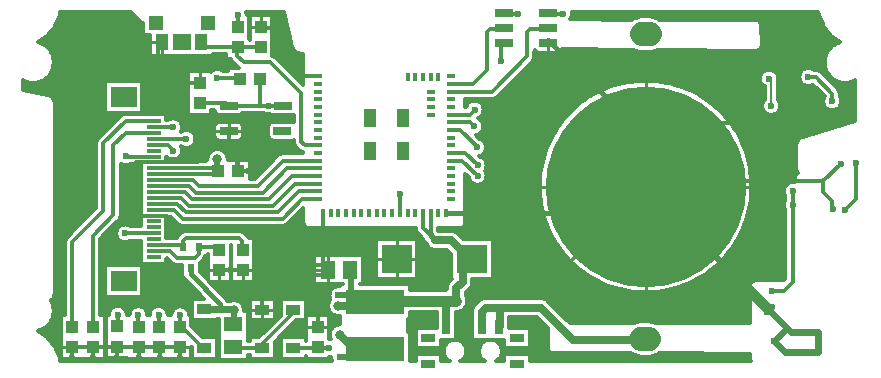
<source format=gbr>
G04 DipTrace 3.2.0.1*
G04 Top.gbr*
%MOIN*%
G04 #@! TF.FileFunction,Copper,L1,Top*
G04 #@! TF.Part,Single*
%AMOUTLINE0*
4,1,4,
0.029542,-0.014735,
0.029513,0.014794,
-0.029542,0.014735,
-0.029513,-0.014794,
0.029542,-0.014735,
0*%
%AMOUTLINE3*
4,1,16,
-0.011741,0.041358,
-0.029685,0.037294,
-0.044088,0.025848,
-0.052097,0.009286,
-0.052129,-0.009112,
-0.044175,-0.025701,
-0.02981,-0.037196,
-0.011881,-0.041319,
0.011741,-0.041358,
0.029685,-0.037294,
0.044088,-0.025848,
0.052097,-0.009286,
0.052129,0.009112,
0.044175,0.025701,
0.02981,0.037196,
0.011881,0.041319,
-0.011741,0.041358,
0*%
%AMOUTLINE6*
4,1,4,
-0.029562,-0.013706,
0.029492,-0.013854,
0.029562,0.013706,
-0.029492,0.013854,
-0.029562,-0.013706,
0*%
G04 #@! TA.AperFunction,CopperBalancing*
%ADD10C,0.009843*%
%ADD15C,0.011811*%
G04 #@! TA.AperFunction,Conductor*
%ADD16C,0.027559*%
%ADD17C,0.015748*%
G04 #@! TA.AperFunction,ViaPad*
%ADD18C,0.023622*%
G04 #@! TA.AperFunction,Conductor*
%ADD19C,0.019685*%
%ADD20C,0.035433*%
%ADD21C,0.007874*%
%ADD24R,0.03937X0.043307*%
%ADD25R,0.043307X0.03937*%
%ADD26R,0.102362X0.094488*%
%ADD27R,0.051181X0.059055*%
%ADD28R,0.059055X0.051181*%
%ADD29R,0.19685X0.07874*%
%ADD30R,0.01378X0.031496*%
%ADD31R,0.031496X0.01378*%
%ADD32R,0.03937X0.059055*%
G04 #@! TA.AperFunction,ComponentPad*
%ADD33R,0.047244X0.047244*%
%ADD34R,0.059055X0.055118*%
%ADD35R,0.043307X0.055118*%
%ADD36C,0.669291*%
%ADD37R,0.049213X0.011811*%
%ADD38R,0.086614X0.070866*%
%ADD39R,0.024488X0.025512*%
%ADD41R,0.048031X0.03622*%
%ADD42R,0.047244X0.031496*%
%ADD43R,0.027559X0.049213*%
G04 #@! TA.AperFunction,ViaPad*
%ADD50C,0.031496*%
%ADD101OUTLINE0*%
G04 #@! TA.AperFunction,ComponentPad*
%ADD104OUTLINE3*%
%ADD107OUTLINE6*%
%FSLAX26Y26*%
G04*
G70*
G90*
G75*
G01*
G04 Top*
%LPD*%
X-951772Y-195276D2*
D15*
X-860314D1*
X-853236Y-202353D1*
Y-181571D1*
X-843975Y-172310D1*
X-665870D1*
X-655614Y-182566D1*
Y-209349D1*
X-654951Y-210012D1*
X-951772Y-214961D2*
X-897572D1*
X-875134Y-237399D1*
X-813886D1*
X-801740Y-225253D1*
Y-202353D1*
X-741182D1*
X-732818Y-210718D1*
Y-277647D2*
X-694618Y-276941D1*
X-654951D1*
X-694618Y-277623D2*
Y-276941D1*
X-951772Y-96850D2*
X-907396D1*
X-888059Y-116188D1*
X-951772Y80315D2*
X-1011564D1*
X-1020215Y71664D1*
Y-18051D1*
Y-56031D1*
Y-96850D1*
X-951772D1*
Y80315D2*
X-803411D1*
X-760050Y123676D1*
X-704938D1*
X-675264Y94001D1*
Y55453D1*
X-670408Y50597D1*
X-694618Y-277623D2*
Y-319878D1*
X-668514Y-345982D1*
X-589169D1*
Y-409974D1*
X-589751D1*
X-1072888Y-533421D2*
X-1111585D1*
X-1152501D1*
X-1152707Y-533627D1*
X-1072888Y-533421D2*
X-1001005D1*
X-1000828Y-533598D1*
X-933224D1*
X-932310Y-534513D1*
X-864585D1*
X-864114Y-534042D1*
X-1111585Y-533421D2*
Y-411487D1*
X-1127573Y-395499D1*
Y-186189D1*
X-1038235Y-96850D1*
X-1020215D1*
X-404155Y-468202D2*
Y-387089D1*
X-445262Y-345982D1*
X-589169D1*
X-1152707Y-533627D2*
X-1222245D1*
X-1222837Y-534219D1*
X-888059Y-116188D2*
Y-118932D1*
X-871928Y-135063D1*
X-792087D1*
X-759052D1*
X-728220D1*
X-698491D1*
X-541852D1*
X-415990Y-260925D1*
X-386776Y-88871D2*
Y-262114D1*
X-371785Y-277105D1*
X-416062Y-294970D2*
X-389650D1*
X-371785Y-277105D1*
X-415990Y-260925D2*
X-387965D1*
X-159491Y-267345D2*
Y-259684D1*
X-141635Y-241828D1*
X-159491Y-208824D2*
Y-223972D1*
X-141635Y-241828D1*
X22673Y-88871D2*
D17*
X131636D1*
X158152D1*
X282769D1*
X599318D1*
D15*
X688189Y0D1*
X707654Y625D2*
X688189Y0D1*
X-416062Y-294970D2*
Y-316781D1*
X-445262Y-345982D1*
X-415990Y-260925D2*
Y-294898D1*
X-416062Y-294970D1*
X-159491Y-208824D2*
Y-267345D1*
X363280Y478484D2*
Y489434D1*
D17*
X558773Y293941D1*
D15*
Y216996D1*
Y129416D1*
X688189Y0D1*
X-760050Y123676D2*
Y140902D1*
X-873194Y254046D1*
X-909230D1*
X-937373Y282189D1*
Y345900D1*
Y466538D1*
X-923247Y480664D1*
X-701210Y184636D2*
Y121765D1*
X-675264Y94001D1*
X-402524Y367822D2*
X-463555D1*
X-485150Y389416D1*
X-531253Y435520D1*
Y505568D1*
X-554307Y528622D1*
X-591580D1*
X-594092Y531134D1*
X-527604Y433755D2*
X-531253Y435520D1*
X-633000Y53010D2*
X-667995D1*
X-670408Y50597D1*
X-798354Y345900D2*
X-937373D1*
X707654Y625D2*
Y17938D1*
X1273944D1*
X1280786D1*
Y20867D1*
X1283349D1*
X1338198Y75717D1*
X1273944Y17938D2*
X1279765Y12117D1*
Y-18667D1*
X1310698Y-49600D1*
Y-74134D1*
X1312915Y-76350D1*
X1272385Y281741D2*
Y236927D1*
X1246711Y211253D1*
X918282D1*
X707654Y625D1*
X1262466Y-484724D2*
D18*
X1172913D1*
X1158778Y-470589D1*
X1103580Y-415391D1*
X844466Y-156277D1*
X688189Y0D1*
X564253Y216996D2*
D15*
X558773D1*
X837026Y-163717D2*
X844466Y-156277D1*
X-1223152Y-572412D2*
Y-534534D1*
X-1227972Y-49479D2*
Y-12336D1*
X-1227487Y-11850D1*
Y29186D1*
X-1226021Y30652D1*
Y69491D1*
X-1011470Y-56031D2*
X-1020215D1*
X-1011470Y-16923D2*
X-1020215Y-18051D1*
X-1153524Y-572252D2*
Y-534444D1*
X-1072298Y-571125D2*
Y-534012D1*
X-1072888Y-533421D1*
X-1000098Y-572252D2*
Y-534328D1*
X-930906Y-570748D2*
Y-535917D1*
X-932310Y-534513D1*
X-863594Y-571125D2*
Y-534562D1*
X-546382Y-249896D2*
Y-282883D1*
X-792087Y-139403D2*
Y-135063D1*
X-759052Y-139954D2*
Y-135063D1*
X-728220Y-139403D2*
Y-135063D1*
X-698491Y-139403D2*
Y-135063D1*
X-614222Y202682D2*
Y170585D1*
X-613135Y169499D1*
Y135109D1*
X-612235Y134209D1*
X132877Y-78815D2*
D17*
X131636Y-88871D1*
X158152Y-95421D2*
Y-88871D1*
X132345Y-44828D2*
D15*
Y-78283D1*
X132877Y-78815D1*
Y-111739D1*
X132937Y-111799D1*
X158152Y-95421D2*
Y-60675D1*
X156912Y-59434D1*
X1127211Y558386D2*
X1164453D1*
X1198147D1*
X1199034Y559273D1*
X-460087Y363182D2*
X-463555Y367822D1*
X-486068Y388497D2*
X-485150Y389416D1*
X282769Y-84944D2*
D17*
Y-88871D1*
X1110341Y-399982D2*
D15*
Y-403255D1*
X1098205Y-415391D1*
X1103580D1*
X1263286Y-552493D2*
D18*
X1152199D1*
X1115642Y-515936D1*
X1263286Y-552493D2*
X1262466Y-484724D1*
X217707Y-285301D2*
D15*
X402888D1*
X688189Y0D1*
X1093602Y-418264D2*
X1090858D1*
X1011810Y-339215D1*
Y-323621D1*
X688189Y0D1*
X1110341Y-399982D2*
X1104820D1*
X1027926Y-323088D1*
X1011277D1*
X1115642Y-515936D2*
Y-513726D1*
D18*
X1158778Y-470589D1*
X-951772Y-155906D2*
D15*
X-1046606Y-156293D1*
X-1071583Y-427772D2*
Y-465186D1*
X-1072888Y-466492D1*
X-486176Y-539252D2*
X-408276D1*
X-404155Y-535131D1*
X-951772Y198425D2*
X-887946D1*
X-886839Y197318D1*
X-366479Y-537298D2*
X-401988D1*
X-404155Y-535131D1*
X-951772Y-77165D2*
X-884433D1*
X-854778Y-106820D1*
X-521148D1*
X-455955Y-41627D1*
X-402524D1*
X-951772Y-57480D2*
X-873039D1*
X-845226Y-85294D1*
X-536864D1*
X-467606Y-16037D1*
X-402524D1*
X-951772Y-37795D2*
X-859907D1*
X-833957Y-63745D1*
X-553442D1*
X-480143Y9554D1*
X-402524D1*
X-951772Y-18110D2*
X-846773D1*
X-822675Y-42209D1*
X-568260D1*
X-490907Y35144D1*
X-402524D1*
X-951772Y1575D2*
X-833640D1*
X-811736Y-20329D1*
X-588055D1*
X-506991Y60735D1*
X-402524D1*
X-951772Y21260D2*
X-819824D1*
X-800797Y2232D1*
X-604508D1*
X-520415Y86325D1*
X-402524D1*
X-951772Y60630D2*
X-747370D1*
X-737337Y50597D1*
X-951772Y40945D2*
X-746990D1*
X-737337Y50597D1*
X-738764Y90539D2*
D19*
Y52024D1*
D15*
X-737337Y50597D1*
X-336311Y-397601D2*
D16*
X-229240D1*
D15*
X-215135Y-383496D1*
X-296982Y-277105D2*
D19*
X-292598D1*
Y-353900D1*
D15*
X-263003Y-383496D1*
X-215135D1*
X-54098Y-88871D2*
Y-137621D1*
X-28614Y-163105D1*
D19*
X-12077Y-179642D1*
D16*
X39381D1*
X78898Y-219159D1*
Y-316714D1*
X57917Y-337694D1*
Y-382133D1*
D20*
X23584D1*
D16*
Y-467493D1*
X-28508Y-88871D2*
D15*
X-28614D1*
Y-163105D1*
X-215135Y-383496D2*
D20*
Y-382133D1*
X14295D1*
X23584D1*
X207510Y418605D2*
D15*
Y470993D1*
X214854Y478337D1*
X-671109Y570570D2*
Y533406D1*
X-671949Y532566D1*
X-738643Y361262D2*
X-667073D1*
X-664227Y358416D1*
X1391113Y78234D2*
Y-41474D1*
X1354639Y-77948D1*
X1310722Y283896D2*
Y309816D1*
X1255134Y365404D1*
X1230722D1*
X58022Y-382133D2*
X57917D1*
X13446Y-381815D2*
D19*
X14295Y-382133D1*
X56930Y-340241D2*
X57917Y-337694D1*
X78898Y-219159D2*
D16*
Y-210379D1*
D15*
X110346Y-241828D1*
X-335609Y-362201D2*
D19*
X-236430D1*
D15*
X-215135Y-383496D1*
X-951772Y100000D2*
X-1042896D1*
X-1043566Y100669D1*
X-1002088Y-428513D2*
Y-465409D1*
X-1000828Y-466669D1*
X-934912Y-428430D2*
Y-464982D1*
X-932310Y-467584D1*
X-951772Y139370D2*
X-903608D1*
X-884013Y119776D1*
X-886719D1*
X-862783Y-429668D2*
Y-467113D1*
X-864114D1*
X-862783Y-429668D2*
Y-462644D1*
X-786516Y-538912D1*
X-782633D1*
X-951772Y159055D2*
X-843559D1*
X-843021Y158517D1*
X-684281Y-412866D2*
D19*
X-782633D1*
Y-409957D1*
X-827488Y-272825D2*
D17*
Y-292429D1*
X-729509Y-390408D1*
Y-409957D1*
X-782633D1*
D19*
X-695406D1*
D15*
X-683699Y-421663D1*
D19*
Y-458678D1*
D15*
X-686213D1*
X-330144Y-493875D2*
D16*
X-283043Y-540976D1*
D18*
X-215135D1*
X-330510Y-568262D2*
D19*
X-242421D1*
D15*
X-215135Y-540976D1*
X-686213Y-533482D2*
Y-538929D1*
X-589751D1*
Y-525598D1*
X-486176Y-422024D1*
Y-410297D1*
X38421Y239869D2*
X102056D1*
X118135Y255948D1*
X261930Y576303D2*
X216791D1*
X214756Y578339D1*
X-951772Y178740D2*
X-1044051D1*
X-1085505Y137286D1*
Y-94861D1*
X-1154887Y-164243D1*
Y-464518D1*
X-1152707Y-466698D1*
X-1222837Y-467290D2*
Y-186146D1*
X-1119147Y-82455D1*
Y143898D1*
X-1044934Y218110D1*
X-951772D1*
X38421Y342231D2*
X112097D1*
X159066Y389199D1*
Y513837D1*
X170593Y525365D1*
X211832D1*
X214806Y528339D1*
X38421Y316640D2*
X176474D1*
X293844Y434010D1*
Y516499D1*
X303808Y526463D1*
X361210D1*
X363230Y528483D1*
X141694Y-467493D2*
D16*
Y-418276D1*
X156490Y-403480D1*
X202043D1*
Y-466199D1*
X200749Y-467493D1*
X202043Y-403480D2*
X338465D1*
X446692Y-511707D1*
X683503D1*
X687337Y-507873D1*
X38421Y214278D2*
D15*
X103787D1*
X117781Y200285D1*
X412587Y575416D2*
X366249D1*
X363181Y578484D1*
X-130870Y-88871D2*
Y-25493D1*
X-130916Y-25448D1*
X-567083Y269990D2*
X-523017D1*
X-521864Y268836D1*
X-700997Y269282D2*
X-597298Y268836D1*
X-521864D1*
X-597298Y358416D2*
Y268836D1*
X-798354Y278971D2*
X-710686D1*
X-700997Y269282D1*
X-402524Y137507D2*
X-448151D1*
X-459951Y149307D1*
Y310209D1*
X-563328Y413585D1*
X-651266D1*
X-673319Y435638D1*
Y464899D1*
X-777560D1*
X-793325Y480664D1*
X-594092Y464205D2*
X-670517D1*
X-671949Y465636D1*
X-673319Y435638D1*
X38421Y111916D2*
X86780D1*
X128172Y70524D1*
X1178556Y-62328D2*
Y-14659D1*
X1179144D1*
X38421Y86325D2*
X77862D1*
X128156Y36031D1*
X1110512Y-348799D2*
X1148290D1*
X1178556Y-318533D1*
Y-62328D1*
X38421Y188688D2*
X70178D1*
X128563Y130303D1*
X126572D1*
X1107214Y268638D2*
D21*
Y352413D1*
X1099832Y359795D1*
D18*
X261930Y576303D3*
X412587Y575416D3*
X-671109Y570570D3*
X1199034Y559273D3*
X1127211Y558386D3*
X1164453D3*
X-1212777Y543068D3*
X-1140545Y542903D3*
X-1176858Y542646D3*
X-1104837Y542298D3*
X-527604Y433755D3*
X207510Y418605D3*
X-460753Y392495D3*
X-486068Y388497D3*
X303703Y386012D3*
X537462Y376927D3*
X1230722Y365404D3*
X-460087Y363182D3*
X281180Y361987D3*
X-738643Y361262D3*
X1099832Y359795D3*
X469037Y342714D3*
X256155Y334959D3*
X410115Y300899D3*
X1310722Y283896D3*
X1272385Y281741D3*
X1107214Y268638D3*
X-567083Y269990D3*
X118135Y255948D3*
X358797Y249580D3*
X628514Y219852D3*
X692776D3*
X564253Y216996D3*
X-614222Y202682D3*
X117781Y200285D3*
X-886839Y197318D3*
X313180Y186857D3*
X-613135Y169499D3*
X-843021Y158517D3*
X-612235Y134209D3*
X126572Y130303D3*
X-483547Y125005D3*
X-886719Y119776D3*
X-1043566Y100669D3*
X413440Y97448D3*
X285743Y97126D3*
D50*
X-738764Y90539D3*
D18*
X1391113Y78234D3*
X1338198Y75717D3*
X128172Y70524D3*
X-1226021Y69491D3*
X-633000Y53010D3*
X128156Y36031D3*
X-1226021Y30652D3*
D50*
X707654Y625D3*
D18*
X-1227487Y-11850D3*
X470004Y-12916D3*
X1179144Y-14659D3*
X-1011470Y-16923D3*
X-130916Y-25448D3*
X132345Y-44828D3*
X868140Y-47844D3*
X917493D3*
X-1227972Y-49479D3*
X812350Y-49990D3*
X-1011470Y-56031D3*
X156912Y-59434D3*
X470004Y-60041D3*
X1178556Y-62328D3*
X1312915Y-76350D3*
X1354639Y-77948D3*
X132877Y-78815D3*
X622155Y-83176D3*
X282769Y-84944D3*
X158152Y-95421D3*
X470004Y-110022D3*
X132937Y-111799D3*
X-888059Y-116188D3*
X-466789Y-117433D3*
X574362Y-130969D3*
X-792087Y-139403D3*
X-728220D3*
X-698491D3*
X-759052Y-139954D3*
D3*
X1110341Y-399982D3*
X-449270Y-150466D3*
X303676Y-151469D3*
X-411732Y-152469D3*
X-1046606Y-156293D3*
X837026Y-163717D3*
X707206Y-164790D3*
X770507D3*
X533396Y-172909D3*
X-546370Y-182500D3*
X-1081743Y-196942D3*
X328386Y-208490D3*
X-159491Y-208824D3*
X-546370Y-212530D3*
X-1082198Y-228339D3*
X-520463Y-229442D3*
X-546382Y-249896D3*
X-415990Y-260925D3*
X729738Y-261350D3*
X679311Y-262424D3*
X362598Y-263610D3*
X-519252Y-264568D3*
X625667Y-264570D3*
X-159491Y-267345D3*
X-694618Y-277623D3*
X-546382Y-282883D3*
X-416062Y-294970D3*
X-920606Y-304770D3*
X408215Y-320631D3*
X-899769Y-328501D3*
X202064Y-331870D3*
X1262466Y-484724D3*
D50*
X58022Y-382133D3*
X-336311Y-397601D3*
X-684281Y-412866D3*
D18*
X1093602Y-418264D3*
X-1071583Y-427772D3*
X-1002088Y-428513D3*
X-934912Y-428430D3*
X-862783Y-429668D3*
X1115642Y-515936D3*
X217707Y-285301D3*
D50*
X-330144Y-493875D3*
D18*
X-51127Y-450045D3*
X-366479Y-537298D3*
X-330510Y-568262D3*
X877114Y-568457D3*
X925079D3*
X427440Y-569123D3*
X466744Y-569789D3*
X-930906Y-570748D3*
X-1072298Y-571125D3*
X-863594D3*
X-1153524Y-572252D3*
X-1000098D3*
X-1223152Y-572412D3*
X1110512Y-348799D3*
X1263286Y-552493D3*
X13446Y-381815D3*
X56930Y-340241D3*
X-335609Y-362201D3*
X-1264455Y570997D2*
D15*
X-1016895D1*
X-632888D2*
X-514280D1*
X443437D2*
X1264479D1*
X-1269185Y559318D2*
X-1005199D1*
X-555033D2*
X-511651D1*
X439077D2*
X646753D1*
X731331D2*
X1269346D1*
X-1273937Y547638D2*
X-993526D1*
X-555033D2*
X-509021D1*
X1071290D2*
X1274214D1*
X-1278665Y535958D2*
X-987898D1*
X-555033D2*
X-506391D1*
X1074843D2*
X1279104D1*
X-1287201Y524278D2*
X-987898D1*
X-555033D2*
X-503761D1*
X1075142D2*
X1287524D1*
X-1296428Y512598D2*
X-987898D1*
X-555033D2*
X-501131D1*
X1075465D2*
X1296589D1*
X-1306186Y500919D2*
X-964276D1*
X-555033D2*
X-498501D1*
X1075765D2*
X1306186D1*
X-1322657Y489239D2*
X-964276D1*
X-555033D2*
X-495871D1*
X1076066D2*
X1322657D1*
X-1325310Y477559D2*
X-964276D1*
X-555033D2*
X-493241D1*
X1076388D2*
X1325310D1*
X-1307039Y465879D2*
X-964276D1*
X-555033D2*
X-490612D1*
X1075741D2*
X1307039D1*
X-1296589Y454199D2*
X-964276D1*
X-555033D2*
X-484660D1*
X409480D2*
X650352D1*
X727824D2*
X870193D1*
X1064785D2*
X1296589D1*
X-1289923Y442520D2*
X-964276D1*
X-555033D2*
X-453218D1*
X319122D2*
X1289923D1*
X-1285886Y430840D2*
X-711008D1*
X-545322D2*
X-454740D1*
X318913D2*
X1285886D1*
X-1284063Y419160D2*
X-692068D1*
X-533648D2*
X-454718D1*
X314000D2*
X1284063D1*
X-1284224Y407480D2*
X-680419D1*
X-521976D2*
X-454694D1*
X302558D2*
X1284224D1*
X-1286416Y395801D2*
X-705240D1*
X-510280D2*
X-454672D1*
X290886D2*
X1286416D1*
X-1290823Y384121D2*
X-837399D1*
X-498608D2*
X-454625D1*
X279213D2*
X1081085D1*
X1118580D2*
X1206092D1*
X1271478D2*
X1290823D1*
X-1298020Y372441D2*
X-837399D1*
X-486934D2*
X-454602D1*
X267541D2*
X1071442D1*
X1128223D2*
X1200371D1*
X1283358D2*
X1298020D1*
X-1309323Y360761D2*
X-837399D1*
X-475239D2*
X-454579D1*
X255845D2*
X1068673D1*
X1130991D2*
X1199909D1*
X1295030D2*
X1309323D1*
X-1386602Y349081D2*
X-1377927D1*
X-1330269D2*
X-1113850D1*
X-988512D2*
X-837399D1*
X-463567D2*
X-454556D1*
X244172D2*
X635680D1*
X740697D2*
X1070635D1*
X1130529D2*
X1204362D1*
X1306703D2*
X1330269D1*
X1377915D2*
X1386626D1*
X-1386602Y337402D2*
X-1113850D1*
X-988512D2*
X-837399D1*
X232500D2*
X583799D1*
X792577D2*
X1078685D1*
X1130529D2*
X1218780D1*
X1318399D2*
X1386626D1*
X-1386602Y325722D2*
X-1113850D1*
X-988512D2*
X-837399D1*
X220804D2*
X551365D1*
X825012D2*
X1083899D1*
X1130529D2*
X1259564D1*
X1330003D2*
X1386626D1*
X-1350131Y314042D2*
X-1113850D1*
X-988512D2*
X-837399D1*
X209131D2*
X526175D1*
X850202D2*
X1083899D1*
X1130529D2*
X1271238D1*
X1335631D2*
X1386626D1*
X-1297189Y302362D2*
X-1113850D1*
X-988512D2*
X-837399D1*
X197458D2*
X505159D1*
X871218D2*
X1083899D1*
X1130529D2*
X1282911D1*
X1336000D2*
X1386626D1*
X-1283879Y290682D2*
X-1113850D1*
X-988512D2*
X-837399D1*
X87630D2*
X487028D1*
X889349D2*
X1083899D1*
X1130529D2*
X1280327D1*
X1341121D2*
X1386626D1*
X-1279843Y279003D2*
X-1113850D1*
X-988512D2*
X-837399D1*
X87654D2*
X97748D1*
X138518D2*
X471017D1*
X905358D2*
X1077878D1*
X1136550D2*
X1279934D1*
X1341490D2*
X1386626D1*
X-1279335Y267323D2*
X-1113850D1*
X-988512D2*
X-837399D1*
X147077D2*
X456715D1*
X919661D2*
X1076055D1*
X1138373D2*
X1284525D1*
X1336899D2*
X1386626D1*
X-1279335Y255643D2*
X-1113850D1*
X-988512D2*
X-837399D1*
X149315D2*
X443820D1*
X932556D2*
X1078986D1*
X1135444D2*
X1299450D1*
X1321997D2*
X1386626D1*
X-1279335Y243963D2*
X-837399D1*
X-759303D2*
X-745748D1*
X-656211D2*
X-583185D1*
X146823D2*
X432101D1*
X944276D2*
X1088974D1*
X1125454D2*
X1386626D1*
X-1279335Y232283D2*
X-1066007D1*
X-907795D2*
X-485238D1*
X137757D2*
X421420D1*
X954955D2*
X1386626D1*
X-1279335Y220604D2*
X-1077703D1*
X-866734D2*
X-485238D1*
X141033D2*
X411639D1*
X964736D2*
X1386602D1*
X-1279335Y208924D2*
X-1089375D1*
X-857990D2*
X-746786D1*
X-655680D2*
X-567337D1*
X147699D2*
X402689D1*
X973710D2*
X1353614D1*
X-1279335Y197244D2*
X-1101049D1*
X-855660D2*
X-750085D1*
X-652289D2*
X-570936D1*
X148807D2*
X394454D1*
X981923D2*
X1314698D1*
X-1279335Y185564D2*
X-1112744D1*
X-828854D2*
X-750109D1*
X-652312D2*
X-570959D1*
X145093D2*
X386911D1*
X989466D2*
X1275759D1*
X-1279335Y173885D2*
X-1124416D1*
X-816075D2*
X-750131D1*
X-652335D2*
X-571005D1*
X133213D2*
X379990D1*
X996387D2*
X1236819D1*
X-1279335Y162205D2*
X-1136089D1*
X-812060D2*
X-747917D1*
X-654504D2*
X-569021D1*
X131921D2*
X373669D1*
X1002707D2*
X1202655D1*
X-1279335Y150525D2*
X-1143493D1*
X-812915D2*
X-485238D1*
X149915D2*
X367902D1*
X1008475D2*
X1192966D1*
X-1279335Y138845D2*
X-1144417D1*
X-819189D2*
X-482837D1*
X156512D2*
X362642D1*
X1013734D2*
X1189852D1*
X-1279335Y127165D2*
X-1144417D1*
X-856467D2*
X-473056D1*
X157596D2*
X357890D1*
X1018487D2*
X1189760D1*
X-1279335Y115486D2*
X-1144417D1*
X-855845D2*
X-762958D1*
X-714573D2*
X-459101D1*
X153836D2*
X353600D1*
X1022777D2*
X1189760D1*
X-1279335Y103806D2*
X-1144417D1*
X-860135D2*
X-771193D1*
X-706339D2*
X-538178D1*
X141818D2*
X349793D1*
X1026583D2*
X1189760D1*
X-1279335Y92126D2*
X-1144417D1*
X-907795D2*
X-899550D1*
X-873907D2*
X-773846D1*
X-703685D2*
X-549874D1*
X150168D2*
X346402D1*
X1029974D2*
X1189760D1*
X-1279335Y80446D2*
X-1144417D1*
X-629382D2*
X-561547D1*
X157665D2*
X343472D1*
X1032904D2*
X1189760D1*
X-1279335Y68766D2*
X-1144417D1*
X-1060231D2*
X-995740D1*
X-629382D2*
X-573220D1*
X159303D2*
X340934D1*
X1035441D2*
X1189760D1*
X-1279335Y57087D2*
X-1144417D1*
X-1060231D2*
X-995740D1*
X-629382D2*
X-584916D1*
X156167D2*
X338812D1*
X1037564D2*
X1190037D1*
X-1279335Y45407D2*
X-1144417D1*
X-1060231D2*
X-995740D1*
X-629382D2*
X-596588D1*
X157827D2*
X337105D1*
X1039270D2*
X1193451D1*
X-1279335Y33727D2*
X-1144417D1*
X-1060231D2*
X-995740D1*
X-629382D2*
X-608261D1*
X88092D2*
X95210D1*
X159257D2*
X335790D1*
X1040585D2*
X1185677D1*
X-1279335Y22047D2*
X-1144417D1*
X-1060231D2*
X-995740D1*
X88114D2*
X100424D1*
X155890D2*
X334867D1*
X1041508D2*
X1184916D1*
X-1279335Y10367D2*
X-1144417D1*
X-1060231D2*
X-995740D1*
X88138D2*
X111450D1*
X144862D2*
X334314D1*
X1042062D2*
X1161409D1*
X-1279335Y-1312D2*
X-1144417D1*
X-1060231D2*
X-995740D1*
X88160D2*
X334176D1*
X1042201D2*
X1151097D1*
X-1279335Y-12992D2*
X-1144417D1*
X-1060231D2*
X-995740D1*
X88160D2*
X334407D1*
X1041970D2*
X1148007D1*
X-1279335Y-24672D2*
X-1144417D1*
X-1060231D2*
X-995740D1*
X88184D2*
X335029D1*
X1041346D2*
X1149690D1*
X-1279335Y-36352D2*
X-1144417D1*
X-1060231D2*
X-995740D1*
X88206D2*
X336045D1*
X1040332D2*
X1153289D1*
X-1279335Y-48031D2*
X-1144417D1*
X-1060231D2*
X-995740D1*
X88230D2*
X337451D1*
X1038925D2*
X1151005D1*
X-1279335Y-59711D2*
X-1144417D1*
X-1060231D2*
X-995740D1*
X88253D2*
X339274D1*
X1037126D2*
X1147499D1*
X-1279335Y-71391D2*
X-1144417D1*
X-1060231D2*
X-995740D1*
X88276D2*
X341466D1*
X1034911D2*
X1148768D1*
X-1279335Y-83071D2*
X-1155028D1*
X-1060231D2*
X-995740D1*
X-462136D2*
X-453587D1*
X88299D2*
X344096D1*
X1032281D2*
X1153289D1*
X-1279335Y-94751D2*
X-1166701D1*
X-1060231D2*
X-995740D1*
X-473832D2*
X-453564D1*
X88322D2*
X347140D1*
X1029236D2*
X1153289D1*
X-1279335Y-106430D2*
X-1178374D1*
X-1063184D2*
X-995740D1*
X-907795D2*
X-890433D1*
X-485504D2*
X-453541D1*
X88345D2*
X350601D1*
X1025776D2*
X1153289D1*
X-1279335Y-118110D2*
X-1190070D1*
X-1073495D2*
X-995740D1*
X-907795D2*
X-878738D1*
X-497177D2*
X-453518D1*
X88345D2*
X354522D1*
X1021854D2*
X1153289D1*
X-1279335Y-129790D2*
X-1201741D1*
X-1085168D2*
X-1061854D1*
X-1031373D2*
X-995740D1*
X-907795D2*
X-863236D1*
X-512702D2*
X-451327D1*
X85831D2*
X358906D1*
X1017471D2*
X1153289D1*
X-1279335Y-141470D2*
X-1213415D1*
X-1096864D2*
X-1073874D1*
X-907795D2*
X-79072D1*
X-3329D2*
X363773D1*
X1012604D2*
X1153289D1*
X-1279335Y-153150D2*
X-1225087D1*
X-1108535D2*
X-1077634D1*
X-907795D2*
X-859776D1*
X-650075D2*
X-73697D1*
X58449D2*
X369147D1*
X1007228D2*
X1153289D1*
X-1279335Y-164829D2*
X-1236782D1*
X-1120209D2*
X-1076550D1*
X-907795D2*
X-871748D1*
X-638102D2*
X-62139D1*
X70951D2*
X375030D1*
X1001346D2*
X1153289D1*
X-1279335Y-176509D2*
X-1246102D1*
X-1129621D2*
X-1069951D1*
X-615887D2*
X-212176D1*
X-71080D2*
X-54412D1*
X180895D2*
X381490D1*
X994887D2*
X1153289D1*
X-1279335Y-188189D2*
X-1248109D1*
X-1129621D2*
X-995740D1*
X-615887D2*
X-212176D1*
X-71080D2*
X-44353D1*
X180895D2*
X388549D1*
X987828D2*
X1153289D1*
X-1279335Y-199869D2*
X-1248109D1*
X-1129621D2*
X-995740D1*
X-615887D2*
X-212176D1*
X-71080D2*
X-38009D1*
X180895D2*
X396253D1*
X980147D2*
X1153289D1*
X-1279335Y-211549D2*
X-1248109D1*
X-1129621D2*
X-995740D1*
X-615887D2*
X-212176D1*
X-71080D2*
X-15241D1*
X180895D2*
X404627D1*
X971749D2*
X1153289D1*
X-1279335Y-223228D2*
X-1248109D1*
X-1129621D2*
X-995740D1*
X-615887D2*
X-212176D1*
X-71080D2*
X36571D1*
X180895D2*
X413762D1*
X962614D2*
X1153289D1*
X-1279335Y-234908D2*
X-1248109D1*
X-1129621D2*
X-995740D1*
X-778474D2*
X-771862D1*
X-615887D2*
X-416747D1*
X-252029D2*
X-212176D1*
X-71080D2*
X39801D1*
X180895D2*
X423751D1*
X952650D2*
X1153289D1*
X-1279335Y-246588D2*
X-1248109D1*
X-1129621D2*
X-995740D1*
X-907795D2*
X-901189D1*
X-787816D2*
X-771862D1*
X-615887D2*
X-416747D1*
X-252029D2*
X-212176D1*
X-71080D2*
X39801D1*
X180895D2*
X434639D1*
X941738D2*
X1153289D1*
X-1279335Y-258268D2*
X-1248109D1*
X-1129621D2*
X-995740D1*
X-907795D2*
X-888357D1*
X-795867D2*
X-771862D1*
X-615887D2*
X-416747D1*
X-252029D2*
X-212176D1*
X-71080D2*
X39801D1*
X180895D2*
X446612D1*
X929765D2*
X1153289D1*
X-1279335Y-269948D2*
X-1248109D1*
X-1129621D2*
X-1113850D1*
X-988512D2*
X-859106D1*
X-795867D2*
X-771862D1*
X-615887D2*
X-416747D1*
X-252029D2*
X-212176D1*
X-71080D2*
X39801D1*
X180895D2*
X459806D1*
X916570D2*
X1153289D1*
X-1279335Y-281627D2*
X-1248109D1*
X-1129621D2*
X-1113850D1*
X-988512D2*
X-859106D1*
X-795867D2*
X-771862D1*
X-615887D2*
X-416747D1*
X-252029D2*
X-212176D1*
X-71080D2*
X39801D1*
X180895D2*
X474455D1*
X901921D2*
X1153289D1*
X-1279335Y-293307D2*
X-1248109D1*
X-1129621D2*
X-1113850D1*
X-988512D2*
X-859106D1*
X-788577D2*
X-771862D1*
X-615887D2*
X-416747D1*
X-252029D2*
X-212176D1*
X-71080D2*
X39801D1*
X180895D2*
X490879D1*
X885497D2*
X1153289D1*
X-1279335Y-304987D2*
X-1248109D1*
X-1129621D2*
X-1113850D1*
X-988512D2*
X-851517D1*
X-615887D2*
X-416747D1*
X-252029D2*
X-212176D1*
X-71080D2*
X39801D1*
X180895D2*
X509588D1*
X866789D2*
X1153289D1*
X-1279335Y-316667D2*
X-1248109D1*
X-1129621D2*
X-1113850D1*
X-988512D2*
X-841298D1*
X-615887D2*
X-416747D1*
X-252029D2*
X32648D1*
X112037D2*
X531387D1*
X844988D2*
X1042469D1*
X-1279335Y-328346D2*
X-1248109D1*
X-1129621D2*
X-1113850D1*
X-988512D2*
X-829602D1*
X-753537D2*
X-332940D1*
X-97332D2*
X26167D1*
X109845D2*
X557846D1*
X818529D2*
X1035409D1*
X-1279335Y-340026D2*
X-1248109D1*
X-1129621D2*
X-1113850D1*
X-988512D2*
X-817929D1*
X-741841D2*
X-357000D1*
X-97332D2*
X24760D1*
X101979D2*
X592795D1*
X783580D2*
X1035178D1*
X-1279335Y-351706D2*
X-1248109D1*
X-1129621D2*
X-1113850D1*
X-988512D2*
X-806257D1*
X-730168D2*
X-364890D1*
X91067D2*
X658818D1*
X717559D2*
X1035202D1*
X-1280811Y-363386D2*
X-1248109D1*
X-1129621D2*
X-1113850D1*
X-988512D2*
X-794562D1*
X-718496D2*
X-366757D1*
X91067D2*
X1035224D1*
X-1288217Y-375066D2*
X-1248109D1*
X-1129621D2*
X-826026D1*
X-707261D2*
X-633129D1*
X-546360D2*
X-529551D1*
X-442782D2*
X-363898D1*
X94297D2*
X140655D1*
X354301D2*
X1035224D1*
X-1289623Y-386745D2*
X-1248109D1*
X-1129621D2*
X-826026D1*
X-661424D2*
X-633129D1*
X-546360D2*
X-529551D1*
X-442782D2*
X-369642D1*
X94713D2*
X126837D1*
X368118D2*
X1035248D1*
X-1285724Y-398425D2*
X-1248109D1*
X-1129621D2*
X-1078995D1*
X-1064176D2*
X-826026D1*
X-652382D2*
X-633129D1*
X-546360D2*
X-529551D1*
X-442782D2*
X-371417D1*
X91091D2*
X115465D1*
X379791D2*
X1035270D1*
X-1284017Y-410105D2*
X-1248109D1*
X-1129621D2*
X-1097010D1*
X-1046159D2*
X-1026953D1*
X-977207D2*
X-959846D1*
X-909987D2*
X-886719D1*
X-838866D2*
X-826026D1*
X-649268D2*
X-633129D1*
X-546360D2*
X-529551D1*
X-442782D2*
X-369042D1*
X81609D2*
X109605D1*
X391487D2*
X1035270D1*
X-1284294Y-421785D2*
X-1248109D1*
X-1129621D2*
X-1102155D1*
X-1041014D2*
X-1032512D1*
X-971671D2*
X-965362D1*
X-904472D2*
X-892902D1*
X-832661D2*
X-826026D1*
X-546360D2*
X-529551D1*
X-442782D2*
X-361290D1*
X-97332D2*
X-9567D1*
X56741D2*
X108543D1*
X403160D2*
X1035294D1*
X-1286601Y-433465D2*
X-1261881D1*
X-546360D2*
X-532873D1*
X-365110D2*
X-332940D1*
X-97332D2*
X-9567D1*
X56741D2*
X108543D1*
X414832D2*
X1035318D1*
X-1291169Y-445144D2*
X-1261881D1*
X-365110D2*
X-330724D1*
X-100862D2*
X-9567D1*
X56741D2*
X108543D1*
X235198D2*
X333738D1*
X426528D2*
X1035318D1*
X-1298551Y-456824D2*
X-1261881D1*
X-825049D2*
X-735114D1*
X-637318D2*
X-556241D1*
X-485713D2*
X-443206D1*
X-365110D2*
X-330748D1*
X-100908D2*
X-9567D1*
X56741D2*
X108543D1*
X235198D2*
X345411D1*
X-1310177Y-468504D2*
X-1261881D1*
X-821657D2*
X-735114D1*
X-637318D2*
X-567915D1*
X-497408D2*
X-443206D1*
X-365110D2*
X-353862D1*
X-100978D2*
X-9567D1*
X56741D2*
X108543D1*
X235106D2*
X357106D1*
X-1332345Y-480184D2*
X-1261881D1*
X-809984D2*
X-735114D1*
X-637318D2*
X-579587D1*
X-509080D2*
X-443206D1*
X-101046D2*
X-78472D1*
X56741D2*
X108543D1*
X302789D2*
X361097D1*
X-1318966Y-491864D2*
X-1261881D1*
X-798312D2*
X-735114D1*
X-637318D2*
X-591282D1*
X-520753D2*
X-443206D1*
X-97332D2*
X-78472D1*
X56741D2*
X108543D1*
X302789D2*
X360982D1*
X-1303602Y-503543D2*
X-1261881D1*
X-97332D2*
X-78472D1*
X56741D2*
X108543D1*
X302789D2*
X360866D1*
X-1294352Y-515223D2*
X-1261881D1*
X-544122D2*
X-529551D1*
X-97332D2*
X-78472D1*
X7513D2*
X35163D1*
X71043D2*
X153273D1*
X189154D2*
X216803D1*
X302789D2*
X360727D1*
X-1285101Y-526903D2*
X-1261881D1*
X-546360D2*
X-529551D1*
X-97332D2*
X-78472D1*
X7513D2*
X21299D1*
X84908D2*
X139409D1*
X203018D2*
X216803D1*
X302789D2*
X360613D1*
X-1277605Y-538583D2*
X-1261881D1*
X-546360D2*
X-529551D1*
X-97332D2*
X-78472D1*
X7513D2*
X15579D1*
X90652D2*
X133689D1*
X208762D2*
X216832D1*
X302789D2*
X360520D1*
X-1272852Y-550262D2*
X-1261881D1*
X-546360D2*
X-529551D1*
X-97332D2*
X14079D1*
X92151D2*
X132189D1*
X210261D2*
X365526D1*
X-1268123Y-561942D2*
X-1261890D1*
X-546360D2*
X-529551D1*
X-97332D2*
X-78472D1*
X7513D2*
X16291D1*
X89959D2*
X134381D1*
X208070D2*
X216801D1*
X302789D2*
X649567D1*
X725240D2*
X1035479D1*
X-1183785Y-573622D2*
X-971357D1*
X-546360D2*
X-529551D1*
X-97332D2*
X-78472D1*
X7513D2*
X22983D1*
X83224D2*
X141093D1*
X201335D2*
X216803D1*
X302789D2*
X1035501D1*
X-556218Y491290D2*
Y436618D1*
X-552390Y435054D1*
X-549165Y433079D1*
X-546286Y430617D1*
X-453362Y337694D1*
X-453516Y436585D1*
X-453076Y439406D1*
X-452198Y442127D1*
X-452756Y442913D1*
X-461555Y442987D1*
X-470337Y444554D1*
X-475471Y447289D1*
X-479371Y449638D1*
X-485627Y456726D1*
X-487929Y462068D1*
X-489420Y465885D1*
X-515740Y582678D1*
X-643684Y582677D1*
X-642577Y579840D1*
X-641478Y575262D1*
X-641181Y572399D1*
X-634075Y572408D1*
X-634098Y492723D1*
X-631966Y495228D1*
Y570976D1*
X-556218D1*
X-556222Y491291D1*
X-631966Y488285D2*
Y495228D1*
X-760480Y254891D2*
Y239129D1*
X-836228D1*
Y385743D1*
X-760480D1*
Y381835D1*
X-758126Y384075D1*
X-754318Y386841D1*
X-750123Y388979D1*
X-745647Y390433D1*
X-740997Y391171D1*
X-736289D1*
X-731639Y390433D1*
X-727163Y388979D1*
X-722969Y386841D1*
X-720786Y385357D1*
X-704070Y385503D1*
Y396290D1*
X-668059D1*
X-691115Y419395D1*
X-693437Y422379D1*
X-695266Y425697D1*
X-709823Y425794D1*
Y440811D1*
X-753482Y440804D1*
X-753483Y434916D1*
X-963089D1*
Y503812D1*
X-986711Y503814D1*
Y543423D1*
X-988253Y543950D1*
X-989749Y545038D1*
X-1027394Y582682D1*
X-1264046Y582676D1*
X-1265163Y572307D1*
X-1280459Y534478D1*
X-1284776Y528823D1*
X-1306310Y501730D1*
X-1335703Y480827D1*
X-1327678Y478066D1*
X-1322756Y475797D1*
X-1318028Y473148D1*
X-1313520Y470136D1*
X-1309264Y466781D1*
X-1305283Y463102D1*
X-1301605Y459122D1*
X-1298249Y454866D1*
X-1295238Y450358D1*
X-1292589Y445630D1*
X-1290320Y440707D1*
X-1288444Y435622D1*
X-1286972Y430406D1*
X-1285916Y425089D1*
X-1285278Y419707D1*
X-1285066Y414291D1*
X-1285278Y408875D1*
X-1285916Y403493D1*
X-1286972Y398177D1*
X-1288444Y392961D1*
X-1290320Y387875D1*
X-1292589Y382953D1*
X-1295238Y378224D1*
X-1298249Y373717D1*
X-1301605Y369461D1*
X-1305283Y365480D1*
X-1309264Y361802D1*
X-1313520Y358446D1*
X-1318028Y355434D1*
X-1322756Y352786D1*
X-1327678Y350517D1*
X-1332764Y348640D1*
X-1337980Y347169D1*
X-1343297Y346113D1*
X-1348678Y345475D1*
X-1354094Y345262D1*
X-1359510Y345475D1*
X-1364892Y346113D1*
X-1370209Y347169D1*
X-1375425Y348640D1*
X-1380510Y350517D1*
X-1387780Y354100D1*
X-1387795Y321400D1*
X-1303304Y304280D1*
X-1294879Y300929D1*
X-1291550Y298181D1*
X-1286958Y293991D1*
X-1282260Y285598D1*
X-1281424Y281364D1*
X-1280512Y275673D1*
X-1280585Y-355256D1*
X-1282203Y-364178D1*
X-1284238Y-367986D1*
X-1287437Y-373316D1*
X-1294352Y-379323D1*
X-1290320Y-387875D1*
X-1288444Y-392961D1*
X-1286972Y-398177D1*
X-1285916Y-403493D1*
X-1285278Y-408875D1*
X-1285066Y-414291D1*
X-1285278Y-419707D1*
X-1285916Y-425089D1*
X-1286972Y-430406D1*
X-1288444Y-435622D1*
X-1290320Y-440707D1*
X-1292589Y-445630D1*
X-1295238Y-450358D1*
X-1298249Y-454866D1*
X-1301605Y-459122D1*
X-1305283Y-463102D1*
X-1309264Y-466781D1*
X-1313520Y-470136D1*
X-1318028Y-473148D1*
X-1322756Y-475797D1*
X-1327678Y-478066D1*
X-1332764Y-479942D1*
X-1335759Y-480786D1*
X-1306181Y-501852D1*
X-1280836Y-533829D1*
X-1278050Y-540375D1*
X-1265121Y-572478D1*
X-1264043Y-582699D1*
X-356823Y-582677D1*
X-358227Y-579743D1*
X-359681Y-575266D1*
X-360419Y-570617D1*
X-360449Y-566690D1*
X-364125Y-567206D1*
X-366286Y-567290D1*
X-366281Y-574974D1*
X-442029D1*
Y-563324D1*
X-443962Y-563346D1*
X-443971Y-575551D1*
X-528381D1*
Y-502953D1*
X-443971D1*
Y-515156D1*
X-442029Y-510013D1*
Y-428360D1*
X-366281D1*
Y-507295D1*
X-361786Y-507667D1*
X-361091Y-507806D1*
X-362420Y-504362D1*
X-363664Y-499184D1*
X-364081Y-493875D1*
X-363664Y-488567D1*
X-362420Y-483388D1*
X-360382Y-478469D1*
X-357600Y-473928D1*
X-354142Y-469878D1*
X-350092Y-466420D1*
X-345551Y-463638D1*
X-340631Y-461600D1*
X-335453Y-460356D1*
X-330144Y-459938D1*
X-329572Y-459961D1*
X-329522Y-441052D1*
X-331749Y-441055D1*
Y-431251D1*
X-336311Y-431538D1*
X-341619Y-431121D1*
X-346798Y-429877D1*
X-351718Y-427839D1*
X-356259Y-425056D1*
X-360308Y-421598D1*
X-363766Y-417549D1*
X-366549Y-413008D1*
X-368587Y-408088D1*
X-369831Y-402909D1*
X-370248Y-397601D1*
X-369831Y-392293D1*
X-368587Y-387114D1*
X-366549Y-382194D1*
X-363766Y-377654D1*
X-362339Y-375820D1*
X-364140Y-371471D1*
X-365240Y-366894D1*
X-365609Y-362201D1*
X-365240Y-357508D1*
X-364140Y-352930D1*
X-362339Y-348581D1*
X-359879Y-344567D1*
X-356822Y-340988D1*
X-353243Y-337930D1*
X-349228Y-335471D1*
X-344879Y-333669D1*
X-340302Y-332570D1*
X-335609Y-332201D1*
X-331748Y-332471D1*
X-331749Y-325937D1*
X-320608D1*
X-324068Y-324822D1*
X-415564D1*
Y-229388D1*
X-253202D1*
Y-324822D1*
X-264575D1*
X-260883Y-325937D1*
X-98521D1*
Y-346214D1*
X23594Y-346227D1*
X25949Y-340794D1*
X26047Y-335186D1*
X26832Y-330231D1*
X28382Y-325461D1*
X30660Y-320991D1*
X33608Y-316932D1*
X43126Y-307276D1*
X40976Y-307261D1*
Y-226453D1*
X26131Y-211604D1*
X-14585Y-211512D1*
X-19541Y-210727D1*
X-24311Y-209177D1*
X-28781Y-206899D1*
X-32840Y-203951D1*
X-36387Y-200404D1*
X-39335Y-196345D1*
X-41613Y-191875D1*
X-42734Y-188625D1*
X-49929Y-181310D1*
X-52514Y-177752D1*
X-54512Y-173832D1*
X-55761Y-170038D1*
X-72420Y-153269D1*
X-74643Y-150210D1*
X-76358Y-146841D1*
X-77528Y-143245D1*
X-78119Y-139504D1*
X-78627Y-138913D1*
X-435543Y-139295D1*
X-438362Y-138852D1*
X-441077Y-137974D1*
X-443622Y-136681D1*
X-445933Y-135005D1*
X-447954Y-132990D1*
X-449635Y-130682D1*
X-450934Y-128142D1*
X-451819Y-125428D1*
X-452269Y-122604D1*
X-452436Y-72181D1*
X-505500Y-125142D1*
X-508559Y-127365D1*
X-511928Y-129080D1*
X-515524Y-130249D1*
X-519257Y-130840D1*
X-550676Y-130915D1*
X-856669Y-130840D1*
X-860403Y-130249D1*
X-863999Y-129080D1*
X-867367Y-127365D1*
X-870427Y-125142D1*
X-894408Y-101266D1*
X-908955Y-101260D1*
X-908976Y-171173D1*
X-874976Y-171181D1*
X-872730Y-167408D1*
X-870274Y-164533D1*
X-859623Y-153988D1*
X-856564Y-151765D1*
X-853196Y-150050D1*
X-849600Y-148881D1*
X-845866Y-148290D1*
X-814448Y-148215D1*
X-663979Y-148290D1*
X-660245Y-148881D1*
X-656650Y-150050D1*
X-653281Y-151765D1*
X-650222Y-153988D1*
X-638576Y-165528D1*
X-636121Y-168403D1*
X-635067Y-169983D1*
X-633770Y-170169D1*
X-617077D1*
Y-316783D1*
X-692825D1*
Y-196406D1*
X-694944Y-200403D1*
Y-317490D1*
X-765566D1*
X-709690Y-373482D1*
X-707286Y-376790D1*
X-705428Y-380442D1*
X-699955Y-381925D1*
X-698231D1*
X-694768Y-380591D1*
X-689589Y-379346D1*
X-684281Y-378929D1*
X-678972Y-379346D1*
X-673794Y-380591D1*
X-668874Y-382629D1*
X-664333Y-385411D1*
X-660283Y-388869D1*
X-656825Y-392919D1*
X-654043Y-397459D1*
X-652005Y-402379D1*
X-650761Y-407558D1*
X-650344Y-412866D1*
X-650424Y-414894D1*
X-638496Y-414899D1*
Y-514824D1*
X-631933Y-514835D1*
X-631955Y-502630D1*
X-600836D1*
X-528377Y-430150D1*
X-528381Y-373997D1*
X-443971D1*
Y-446596D1*
X-476659D1*
X-547550Y-517472D1*
X-547546Y-575228D1*
X-631955D1*
Y-563025D1*
X-638495Y-563024D1*
X-638496Y-577261D1*
X-733929D1*
Y-440888D1*
X-740407Y-440898D1*
X-740428Y-446256D1*
X-824837D1*
Y-373657D1*
X-783106D1*
X-847307Y-309356D1*
X-849711Y-306047D1*
X-850714Y-304255D1*
X-857921Y-303770D1*
Y-261486D1*
X-877025Y-261419D1*
X-880759Y-260828D1*
X-884354Y-259660D1*
X-887723Y-257944D1*
X-890782Y-255720D1*
X-907554Y-239054D1*
X-908976Y-240079D1*
Y-258740D1*
X-994567D1*
Y-180193D1*
X-1028652Y-180314D1*
X-1032987Y-183022D1*
X-1037336Y-184824D1*
X-1041913Y-185924D1*
X-1046606Y-186293D1*
X-1051299Y-185924D1*
X-1055877Y-184824D1*
X-1060226Y-183022D1*
X-1064240Y-180563D1*
X-1067819Y-177505D1*
X-1070877Y-173927D1*
X-1073336Y-169912D1*
X-1075138Y-165563D1*
X-1076238Y-160986D1*
X-1076606Y-156293D1*
X-1076238Y-151600D1*
X-1075138Y-147022D1*
X-1073336Y-142673D1*
X-1070877Y-138659D1*
X-1067819Y-135080D1*
X-1064240Y-132022D1*
X-1060226Y-129563D1*
X-1055877Y-127761D1*
X-1051299Y-126661D1*
X-1046606Y-126293D1*
X-1041913Y-126661D1*
X-1037336Y-127761D1*
X-1032987Y-129563D1*
X-1028836Y-132130D1*
X-994547Y-131986D1*
X-994543Y65039D1*
X-994567Y75913D1*
X-1026629Y75906D1*
X-1029946Y73940D1*
X-1034295Y72138D1*
X-1038873Y71038D1*
X-1043566Y70669D1*
X-1048259Y71038D1*
X-1052836Y72138D1*
X-1057185Y73940D1*
X-1061408Y76564D1*
X-1061484Y-96752D1*
X-1062076Y-100486D1*
X-1063244Y-104081D1*
X-1064961Y-107450D1*
X-1067184Y-110509D1*
X-1089346Y-132777D1*
X-1130795Y-174226D1*
X-1130793Y-426877D1*
X-1114833Y-426856D1*
Y-573470D1*
X-1184963Y-573510D1*
Y-574062D1*
X-1260711D1*
Y-427448D1*
X-1246940D1*
X-1246858Y-184255D1*
X-1246266Y-180521D1*
X-1245098Y-176925D1*
X-1243382Y-173556D1*
X-1241159Y-170497D1*
X-1218996Y-148230D1*
X-1143227Y-72461D1*
X-1143167Y145789D1*
X-1142576Y149522D1*
X-1141407Y153118D1*
X-1139690Y156487D1*
X-1137469Y159546D1*
X-1115306Y181814D1*
X-1060583Y236432D1*
X-1057524Y238654D1*
X-1054155Y240370D1*
X-1050559Y241539D1*
X-1046825Y242130D1*
X-1015407Y242205D1*
X-908976D1*
Y222528D1*
X-903121Y222520D1*
X-898319Y225034D1*
X-893843Y226488D1*
X-889193Y227226D1*
X-884484D1*
X-879835Y226488D1*
X-875358Y225034D1*
X-871164Y222896D1*
X-867356Y220130D1*
X-864026Y216801D1*
X-861260Y212992D1*
X-859122Y208798D1*
X-857668Y204322D1*
X-856930Y199672D1*
Y194963D1*
X-857668Y190314D1*
X-859122Y185837D1*
X-860419Y183144D1*
X-854501Y186234D1*
X-850025Y187688D1*
X-845375Y188425D1*
X-840667D1*
X-836017Y187688D1*
X-831541Y186234D1*
X-827346Y184096D1*
X-823538Y181329D1*
X-820209Y178000D1*
X-817442Y174192D1*
X-815304Y169997D1*
X-813850Y165521D1*
X-813113Y160871D1*
Y156163D1*
X-813850Y151513D1*
X-815304Y147037D1*
X-817442Y142843D1*
X-820209Y139034D1*
X-823538Y135705D1*
X-827346Y132938D1*
X-831541Y130801D1*
X-836017Y129346D1*
X-840667Y128609D1*
X-845375D1*
X-850025Y129346D1*
X-854501Y130801D1*
X-858696Y132938D1*
X-860310Y134017D1*
X-858188Y129046D1*
X-857088Y124469D1*
X-856719Y119776D1*
X-857088Y115083D1*
X-858188Y110505D1*
X-859990Y106156D1*
X-862449Y102142D1*
X-865507Y98563D1*
X-869085Y95505D1*
X-873100Y93046D1*
X-877449Y91244D1*
X-882026Y90144D1*
X-886719Y89776D1*
X-891412Y90144D1*
X-895990Y91244D1*
X-900339Y93046D1*
X-904353Y95505D1*
X-907932Y98563D1*
X-908975Y99690D1*
X-908976Y84717D1*
X-777167Y84724D1*
X-777180Y88471D1*
X-772635D1*
X-772596Y93202D1*
X-771762Y98462D1*
X-770118Y103526D1*
X-767699Y108272D1*
X-764570Y112580D1*
X-760804Y116345D1*
X-756496Y119475D1*
X-751751Y121894D1*
X-746686Y123538D1*
X-741427Y124371D1*
X-736101D1*
X-730841Y123538D1*
X-725777Y121894D1*
X-721031Y119475D1*
X-716723Y116345D1*
X-712958Y112580D1*
X-709828Y108272D1*
X-707409Y103526D1*
X-705765Y98462D1*
X-704932Y93202D1*
X-704908Y88470D1*
X-630566Y88471D1*
Y26329D1*
X-614472Y26327D1*
X-536063Y104647D1*
X-533004Y106870D1*
X-529635Y108587D1*
X-526039Y109755D1*
X-522306Y110345D1*
X-490887Y110420D1*
X-452848D1*
X-453776Y114077D1*
X-457371Y115245D1*
X-460740Y116962D1*
X-463799Y119185D1*
X-476990Y132269D1*
X-479445Y135144D1*
X-481420Y138369D1*
X-482867Y141861D1*
X-483749Y145538D1*
X-484046Y149307D1*
Y154266D1*
X-487007Y153024D1*
X-489783Y152364D1*
X-492635Y152147D1*
X-553110Y152354D1*
X-555929Y152808D1*
X-558640Y153697D1*
X-561181Y155000D1*
X-563486Y156682D1*
X-565499Y158706D1*
X-567171Y161020D1*
X-568459Y163566D1*
X-569335Y166282D1*
X-569774Y169102D1*
X-569757Y198091D1*
X-569526Y200936D1*
X-568853Y203709D1*
X-567753Y206343D1*
X-566256Y208773D1*
X-564398Y210938D1*
X-562222Y212787D1*
X-559785Y214272D1*
X-557146Y215357D1*
X-554369Y216017D1*
X-551517Y216234D1*
X-491042Y216026D1*
X-488224Y215572D1*
X-485512Y214684D1*
X-484211Y214079D1*
X-484046Y214268D1*
X-484155Y238755D1*
X-486794Y237669D1*
X-489571Y237009D1*
X-492417Y236793D1*
X-552898Y237000D1*
X-555715Y237454D1*
X-558428Y238343D1*
X-562390Y240358D1*
X-567083Y239990D1*
X-571776Y240358D1*
X-576353Y241458D1*
X-580702Y243260D1*
X-583255Y244743D1*
X-656618Y244996D1*
X-658676Y242534D1*
X-660852Y240685D1*
X-663289Y239201D1*
X-665928Y238115D1*
X-668705Y237455D1*
X-671556Y237239D1*
X-732031Y237446D1*
X-734850Y237900D1*
X-737562Y238789D1*
X-740102Y240092D1*
X-742407Y241774D1*
X-744420Y243798D1*
X-746092Y246112D1*
X-747381Y248657D1*
X-748256Y251374D1*
X-748696Y254201D1*
X-752025Y254877D1*
X-760491D1*
X-209824Y-176395D2*
X-72265D1*
Y-307261D1*
X-211005D1*
Y-176395D1*
X-209824D1*
X-1038701Y-573264D2*
X-1110762D1*
Y-426650D1*
X-1101558D1*
X-1101214Y-423079D1*
X-1100114Y-418501D1*
X-1098312Y-414152D1*
X-1095853Y-410138D1*
X-1092795Y-406559D1*
X-1089217Y-403501D1*
X-1085202Y-401042D1*
X-1080853Y-399240D1*
X-1076276Y-398140D1*
X-1071583Y-397772D1*
X-1066890Y-398140D1*
X-1062312Y-399240D1*
X-1057963Y-401042D1*
X-1053949Y-403501D1*
X-1050370Y-406559D1*
X-1047312Y-410138D1*
X-1044853Y-414152D1*
X-1043051Y-418501D1*
X-1041951Y-423079D1*
X-1041627Y-426640D1*
X-1035014Y-426650D1*
Y-426811D1*
X-1032035Y-426827D1*
X-1031719Y-423820D1*
X-1030619Y-419243D1*
X-1028818Y-414894D1*
X-1026358Y-410879D1*
X-1023301Y-407301D1*
X-1019722Y-404243D1*
X-1015707Y-401783D1*
X-1011358Y-399982D1*
X-1006781Y-398882D1*
X-1002088Y-398513D1*
X-997395Y-398882D1*
X-992818Y-399982D1*
X-988469Y-401783D1*
X-984454Y-404243D1*
X-980875Y-407301D1*
X-977818Y-410879D1*
X-975358Y-414894D1*
X-973556Y-419243D1*
X-972457Y-423820D1*
X-972154Y-426831D1*
X-964879Y-426827D1*
X-964083Y-421427D1*
X-962629Y-416950D1*
X-960491Y-412756D1*
X-957724Y-408948D1*
X-954395Y-405618D1*
X-950587Y-402852D1*
X-946392Y-400714D1*
X-941916Y-399260D1*
X-937266Y-398522D1*
X-932558D1*
X-927908Y-399260D1*
X-923432Y-400714D1*
X-919238Y-402852D1*
X-915429Y-405618D1*
X-912100Y-408948D1*
X-909333Y-412756D1*
X-907196Y-416950D1*
X-905741Y-421427D1*
X-905004Y-426076D1*
X-904940Y-427741D1*
X-901988Y-427270D1*
X-892692D1*
X-891954Y-422664D1*
X-890500Y-418188D1*
X-888362Y-413993D1*
X-885596Y-410185D1*
X-882266Y-406856D1*
X-878458Y-404089D1*
X-874264Y-401951D1*
X-869787Y-400497D1*
X-865138Y-399760D1*
X-860429D1*
X-855780Y-400497D1*
X-851303Y-401951D1*
X-847109Y-404089D1*
X-843301Y-406856D1*
X-839971Y-410185D1*
X-837205Y-413993D1*
X-835067Y-418188D1*
X-833613Y-422664D1*
X-832882Y-427269D1*
X-826240Y-427270D1*
Y-465126D1*
X-788736Y-502617D1*
X-740428Y-502613D1*
Y-575211D1*
X-824837D1*
Y-534680D1*
X-826240Y-534357D1*
Y-573885D1*
X-894434D1*
X-894436Y-574356D1*
X-970184D1*
Y-573437D1*
X-1038702Y-573441D1*
Y-573261D1*
X-770692Y-312364D2*
X-770710Y-226448D1*
X-771286D1*
X-771307Y-233298D1*
X-779035D1*
X-780272Y-236192D1*
X-782247Y-239416D1*
X-784709Y-242295D1*
X-796854Y-254441D1*
X-797055Y-265503D1*
Y-286010D1*
X-770677Y-312382D1*
X1246542Y339923D2*
X1242202Y337688D1*
X1237726Y336234D1*
X1233076Y335496D1*
X1228367D1*
X1223718Y336234D1*
X1219241Y337688D1*
X1215047Y339825D1*
X1211239Y342592D1*
X1207909Y345921D1*
X1205143Y349730D1*
X1203005Y353924D1*
X1201551Y358400D1*
X1200814Y363050D1*
Y367759D1*
X1201551Y372408D1*
X1203005Y376885D1*
X1205143Y381079D1*
X1207909Y384887D1*
X1211239Y388217D1*
X1215047Y390983D1*
X1219241Y393121D1*
X1223718Y394575D1*
X1228367Y395312D1*
X1233076D1*
X1237726Y394575D1*
X1242202Y393121D1*
X1246396Y390983D1*
X1248579Y389499D1*
X1257025Y389424D1*
X1260759Y388833D1*
X1264354Y387664D1*
X1267723Y385949D1*
X1270782Y383726D1*
X1293050Y361563D1*
X1329043Y325465D1*
X1331266Y322406D1*
X1332982Y319037D1*
X1334151Y315441D1*
X1334741Y311707D1*
X1334816Y301765D1*
X1337451Y297516D1*
X1339253Y293167D1*
X1340353Y288589D1*
X1340722Y283896D1*
X1340353Y279203D1*
X1339253Y274626D1*
X1337451Y270277D1*
X1334992Y266262D1*
X1331934Y262684D1*
X1328356Y259626D1*
X1324341Y257167D1*
X1319992Y255365D1*
X1315415Y254265D1*
X1310722Y253896D1*
X1306029Y254265D1*
X1301451Y255365D1*
X1297102Y257167D1*
X1293088Y259626D1*
X1289509Y262684D1*
X1286451Y266262D1*
X1283992Y270277D1*
X1282190Y274626D1*
X1281091Y279203D1*
X1280722Y283896D1*
X1281091Y288589D1*
X1282190Y293167D1*
X1283992Y297516D1*
X1285843Y300619D1*
X1246559Y339904D1*
X1129740Y357441D2*
X1129270Y354136D1*
X1129340Y316980D1*
Y288906D1*
X1131484Y286272D1*
X1133944Y282257D1*
X1135745Y277908D1*
X1136845Y273331D1*
X1137214Y268638D1*
X1136845Y263945D1*
X1135745Y259367D1*
X1133944Y255018D1*
X1131484Y251004D1*
X1128427Y247425D1*
X1124848Y244367D1*
X1120833Y241908D1*
X1116484Y240106D1*
X1111907Y239007D1*
X1107214Y238638D1*
X1102521Y239007D1*
X1097944Y240106D1*
X1093594Y241908D1*
X1089580Y244367D1*
X1086001Y247425D1*
X1082944Y251004D1*
X1080484Y255018D1*
X1078682Y259367D1*
X1077583Y263945D1*
X1077214Y268638D1*
X1077583Y273331D1*
X1078682Y277908D1*
X1080484Y282257D1*
X1082944Y286272D1*
X1085083Y288858D1*
X1085088Y333668D1*
X1082198Y335525D1*
X1078619Y338583D1*
X1075562Y342161D1*
X1073102Y346176D1*
X1071301Y350525D1*
X1070201Y355102D1*
X1069832Y359795D1*
X1070201Y364488D1*
X1071301Y369066D1*
X1073102Y373415D1*
X1075562Y377429D1*
X1078619Y381008D1*
X1082198Y384066D1*
X1086213Y386525D1*
X1090562Y388327D1*
X1095139Y389427D1*
X1099832Y389795D1*
X1104525Y389427D1*
X1109102Y388327D1*
X1113451Y386525D1*
X1117466Y384066D1*
X1121045Y381008D1*
X1124102Y377429D1*
X1126562Y373415D1*
X1128364Y369066D1*
X1129463Y364488D1*
X1129832Y359795D1*
X1129740Y357441D1*
X722720Y452833D2*
X703395Y448514D1*
X700727Y448325D1*
X675702Y448424D1*
X673059Y448833D1*
X653774Y453325D1*
X651127Y454392D1*
X649870Y455081D1*
X643678Y455643D1*
X414831Y457150D1*
X412014Y457614D1*
X410136Y458178D1*
X408730Y454932D1*
X406722Y452018D1*
X404189Y449550D1*
X401224Y447618D1*
X397944Y446297D1*
X394469Y445635D1*
X382210Y445550D1*
X332604Y445538D1*
X329113Y446106D1*
X325797Y447340D1*
X322782Y449192D1*
X320184Y451593D1*
X318097Y454454D1*
X317938Y445633D1*
X317864Y432119D1*
X317273Y428386D1*
X316104Y424790D1*
X314388Y421421D1*
X312165Y418362D1*
X290003Y396094D1*
X192122Y298319D1*
X189063Y296096D1*
X185694Y294381D1*
X182098Y293211D1*
X178365Y292621D1*
X146946Y292546D1*
X86438D1*
X86504Y263983D1*
X89604Y265218D1*
X91406Y269567D1*
X93865Y273581D1*
X96923Y277160D1*
X100501Y280218D1*
X104516Y282677D1*
X108865Y284479D1*
X113442Y285579D1*
X118135Y285948D1*
X122828Y285579D1*
X127406Y284479D1*
X131755Y282677D1*
X135769Y280218D1*
X139348Y277160D1*
X142406Y273581D1*
X144865Y269567D1*
X146667Y265218D1*
X147766Y260640D1*
X148135Y255948D1*
X147766Y251255D1*
X146667Y246677D1*
X144865Y242328D1*
X142406Y238314D1*
X139348Y234735D1*
X135769Y231677D1*
X131755Y229218D1*
X129261Y228001D1*
X133455Y225864D1*
X137264Y223097D1*
X140593Y219768D1*
X143360Y215959D1*
X145497Y211765D1*
X146951Y207289D1*
X147689Y202639D1*
Y197930D1*
X146951Y193281D1*
X145497Y188804D1*
X143360Y184610D1*
X140593Y180802D1*
X137264Y177472D1*
X133455Y174706D1*
X129261Y172568D1*
X124785Y171114D1*
X122301Y170634D1*
X133576Y159474D1*
X138052Y158020D1*
X142247Y155882D1*
X146055Y153115D1*
X149385Y149786D1*
X152151Y145978D1*
X154289Y141783D1*
X155743Y137307D1*
X156480Y132657D1*
Y127949D1*
X155743Y123299D1*
X154289Y118823D1*
X152151Y114629D1*
X149385Y110820D1*
X146055Y107491D1*
X142247Y104724D1*
X138052Y102587D1*
X133576Y101133D1*
X131961Y100811D1*
X132865Y100155D1*
X137442Y99055D1*
X141791Y97253D1*
X145806Y94794D1*
X149385Y91736D1*
X152442Y88157D1*
X154902Y84143D1*
X156703Y79794D1*
X157803Y75217D1*
X158172Y70524D1*
X157803Y65831D1*
X156703Y61253D1*
X154902Y56904D1*
X152703Y53281D1*
X154886Y49651D1*
X156688Y45302D1*
X157787Y40724D1*
X158156Y36031D1*
X157787Y31339D1*
X156688Y26761D1*
X154886Y22412D1*
X152427Y18398D1*
X149369Y14819D1*
X145790Y11761D1*
X141776Y9302D1*
X137427Y7500D1*
X132849Y6400D1*
X128156Y6031D1*
X123463Y6400D1*
X118886Y7500D1*
X114537Y9302D1*
X110522Y11761D1*
X106944Y14819D1*
X103886Y18398D1*
X101427Y22412D1*
X99625Y26761D1*
X98492Y31622D1*
X86895Y43217D1*
X87123Y-121938D1*
X86682Y-124759D1*
X85804Y-127475D1*
X84513Y-130020D1*
X82840Y-132332D1*
X80825Y-134354D1*
X78520Y-136035D1*
X75978Y-137336D1*
X73265Y-138222D1*
X70448Y-138673D1*
X15861Y-138798D1*
X-4508Y-138823D1*
X-4520Y-147534D1*
X11545Y-147673D1*
X41888Y-147772D1*
X46844Y-148556D1*
X51614Y-150106D1*
X56084Y-152385D1*
X60143Y-155332D1*
X74513Y-169564D1*
X81323Y-176395D1*
X179717D1*
Y-307261D1*
X110857D1*
X110768Y-319222D1*
X109983Y-324177D1*
X108433Y-328948D1*
X106155Y-333417D1*
X103207Y-337476D1*
X89873Y-350949D1*
X89909Y-365832D1*
X92066Y-371037D1*
X93381Y-376516D1*
X93823Y-382133D1*
X93381Y-387749D1*
X92066Y-393228D1*
X89909Y-398433D1*
X86966Y-403238D1*
X83307Y-407522D1*
X79022Y-411181D1*
X74218Y-414125D1*
X69013Y-416281D1*
X63534Y-417596D1*
X57917Y-418038D1*
X55541D1*
X55552Y-510289D1*
X6348D1*
X6340Y-539816D1*
X-77282D1*
Y-471942D1*
X-8377D1*
X-8385Y-418058D1*
X-98533Y-418038D1*
X-98521Y-441055D1*
X-102004D1*
X-102239Y-483433D1*
X-98521Y-483417D1*
Y-582681D1*
X-77280Y-582677D1*
X-77282Y-558556D1*
X6340D1*
Y-582663D1*
X35432Y-582678D1*
X30850Y-579827D1*
X26331Y-575967D1*
X22471Y-571448D1*
X19366Y-566381D1*
X17092Y-560890D1*
X15703Y-555112D1*
X15238Y-549186D1*
X15703Y-543261D1*
X17092Y-537483D1*
X19366Y-531992D1*
X22471Y-526925D1*
X26331Y-522406D1*
X30850Y-518546D1*
X35917Y-515441D1*
X41408Y-513167D1*
X47186Y-511778D1*
X53112Y-511312D1*
X59037Y-511778D1*
X64815Y-513167D1*
X70306Y-515441D1*
X75373Y-518546D1*
X79892Y-522406D1*
X83752Y-526925D1*
X86857Y-531992D1*
X89131Y-537483D1*
X90520Y-543261D1*
X90986Y-549186D1*
X90520Y-555112D1*
X89131Y-560890D1*
X86857Y-566381D1*
X83752Y-571448D1*
X79892Y-575967D1*
X75373Y-579827D1*
X70762Y-582677D1*
X153542Y-582678D1*
X148961Y-579827D1*
X144441Y-575967D1*
X140581Y-571448D1*
X137476Y-566381D1*
X135202Y-560890D1*
X133814Y-555112D1*
X133348Y-549186D1*
X133814Y-543261D1*
X135202Y-537483D1*
X137476Y-531992D1*
X140581Y-526925D1*
X144441Y-522406D1*
X148961Y-518546D1*
X154028Y-515441D1*
X159518Y-513167D1*
X165297Y-511778D1*
X171222Y-511312D1*
X177147Y-511778D1*
X182925Y-513167D1*
X188416Y-515441D1*
X193483Y-518546D1*
X198003Y-522406D1*
X201862Y-526925D1*
X204967Y-531992D1*
X207241Y-537483D1*
X208630Y-543261D1*
X209096Y-549186D1*
X208630Y-555112D1*
X207241Y-560890D1*
X204967Y-566381D1*
X201862Y-571448D1*
X198003Y-575967D1*
X193483Y-579827D1*
X188873Y-582677D1*
X217996Y-582678D1*
X217993Y-558556D1*
X301615D1*
Y-582663D1*
X1038769Y-582678D1*
X1037554Y-579810D1*
X1036892Y-577033D1*
X1036665Y-568339D1*
X1036570Y-557143D1*
X731906Y-556573D1*
X727186Y-560251D1*
X724702Y-561655D1*
X722022Y-562655D1*
X701693Y-567231D1*
X693143Y-567409D1*
X674030Y-567324D1*
X665625Y-565594D1*
X652072Y-562420D1*
X649425Y-561353D1*
X640902Y-556403D1*
X378415Y-555857D1*
X375596Y-555406D1*
X372883Y-554518D1*
X370343Y-553218D1*
X368037Y-551535D1*
X366022Y-549514D1*
X364349Y-547202D1*
X363058Y-544656D1*
X362181Y-541940D1*
X361740Y-539121D1*
X362052Y-502108D1*
X362354Y-472942D1*
X361449Y-471675D1*
X325220Y-435446D1*
X234034Y-435449D1*
X233915Y-468707D1*
X233617Y-471210D1*
X235710Y-471942D1*
X301615D1*
Y-539816D1*
X217993D1*
Y-510265D1*
X109726Y-510289D1*
X109824Y-415768D1*
X110609Y-410812D1*
X112159Y-406042D1*
X114437Y-401572D1*
X117385Y-397513D1*
X131617Y-383143D1*
X135728Y-379171D1*
X139786Y-376222D1*
X144256Y-373945D1*
X149026Y-372395D1*
X153982Y-371610D1*
X174206Y-371512D1*
X340972Y-371610D1*
X345927Y-372395D1*
X350698Y-373945D1*
X355168Y-376222D1*
X359226Y-379171D1*
X373597Y-393403D1*
X435142Y-454946D1*
X648256Y-454997D1*
X651290Y-453538D1*
X659394Y-451534D1*
X672982Y-448514D1*
X681531Y-448335D1*
X700675Y-448423D1*
X709050Y-450151D1*
X722602Y-453325D1*
X725255Y-454395D1*
X728972Y-455022D1*
X1036521Y-455113D1*
X1036409Y-329831D1*
X1036853Y-327010D1*
X1037731Y-324295D1*
X1039024Y-321751D1*
X1040698Y-319438D1*
X1042714Y-317419D1*
X1045021Y-315738D1*
X1047562Y-314438D1*
X1050276Y-313552D1*
X1053093Y-313102D1*
X1107688Y-313025D1*
X1150018Y-313009D1*
X1154465Y-308550D1*
X1154462Y-80213D1*
X1151827Y-75948D1*
X1150025Y-71598D1*
X1148925Y-67021D1*
X1148556Y-62328D1*
X1148925Y-57635D1*
X1150025Y-53058D1*
X1151827Y-48709D1*
X1154462Y-44471D1*
Y-31717D1*
X1152415Y-28278D1*
X1150613Y-23929D1*
X1149513Y-19352D1*
X1149144Y-14659D1*
X1149513Y-9966D1*
X1150613Y-5388D1*
X1152415Y-1039D1*
X1154874Y2975D1*
X1157932Y6554D1*
X1161510Y9612D1*
X1165525Y12071D1*
X1169874Y13873D1*
X1174451Y14972D1*
X1179144Y15341D1*
X1183837Y14972D1*
X1186192Y14500D1*
X1186100Y29920D1*
X1186584Y32734D1*
X1187503Y35436D1*
X1188832Y37962D1*
X1190541Y40248D1*
X1192585Y42239D1*
X1194921Y43888D1*
X1194762Y45202D1*
X1193108Y47972D1*
X1191058Y57903D1*
X1190945Y64961D1*
X1191018Y138720D1*
X1192437Y147063D1*
X1195588Y153287D1*
X1197063Y155769D1*
X1203512Y161966D1*
X1209755Y165079D1*
X1211974Y166073D1*
X1387794Y218820D1*
X1387795Y354059D1*
X1380510Y350517D1*
X1375425Y348640D1*
X1370209Y347169D1*
X1364892Y346113D1*
X1359510Y345475D1*
X1354094Y345262D1*
X1348678Y345475D1*
X1343297Y346113D1*
X1337980Y347169D1*
X1332764Y348640D1*
X1327678Y350517D1*
X1322756Y352786D1*
X1318028Y355434D1*
X1313520Y358446D1*
X1309264Y361802D1*
X1305283Y365480D1*
X1301605Y369461D1*
X1298249Y373717D1*
X1295238Y378224D1*
X1292589Y382953D1*
X1290320Y387875D1*
X1288444Y392961D1*
X1286972Y398177D1*
X1285916Y403493D1*
X1285278Y408875D1*
X1285066Y414291D1*
X1285278Y419707D1*
X1285916Y425089D1*
X1286972Y430406D1*
X1288444Y435622D1*
X1290320Y440707D1*
X1292589Y445630D1*
X1295238Y450358D1*
X1298249Y454866D1*
X1301605Y459122D1*
X1305283Y463102D1*
X1309264Y466781D1*
X1313520Y470136D1*
X1318028Y473148D1*
X1322756Y475797D1*
X1327678Y478066D1*
X1332764Y479942D1*
X1335759Y480786D1*
X1306182Y501850D1*
X1281232Y533948D1*
X1278442Y540364D1*
X1265136Y572417D1*
X1264045Y582699D1*
X441715Y582677D1*
X442495Y577770D1*
Y573062D1*
X441757Y568412D1*
X440303Y563936D1*
X438165Y559741D1*
X436008Y556706D1*
X643932Y556155D1*
X650051Y560797D1*
X652610Y562059D1*
X655336Y562907D1*
X674684Y567231D1*
X683234Y567411D1*
X702377Y567323D1*
X710752Y565594D1*
X724304Y562420D1*
X726951Y561353D1*
X729403Y559882D1*
X734406Y555915D1*
X1056920Y555001D1*
X1059738Y554549D1*
X1062450Y553659D1*
X1064990Y552356D1*
X1067294Y550672D1*
X1069307Y548648D1*
X1070979Y546335D1*
X1072268Y543789D1*
X1073143Y541072D1*
X1073629Y537328D1*
X1075336Y470261D1*
X1074965Y467432D1*
X1074154Y464694D1*
X1072925Y462118D1*
X1071308Y459766D1*
X1069344Y457696D1*
X1067080Y455958D1*
X1064572Y454596D1*
X1061882Y453643D1*
X1059075Y453122D1*
X1051151Y453060D1*
X738165Y455043D1*
X723730Y453092D1*
X726404Y454091D1*
X727678Y454747D1*
X1041021Y-1181D2*
X1040689Y-15349D1*
X1039789Y-29493D1*
X1038320Y-43589D1*
X1036287Y-57615D1*
X1033693Y-71547D1*
X1030541Y-85365D1*
X1026837Y-99045D1*
X1022587Y-112564D1*
X1017797Y-125903D1*
X1012474Y-139038D1*
X1006629Y-151949D1*
X1000270Y-164614D1*
X993408Y-177014D1*
X986052Y-189129D1*
X978217Y-200937D1*
X969913Y-212423D1*
X961156Y-223566D1*
X951958Y-234346D1*
X942333Y-244751D1*
X932299Y-254759D1*
X921873Y-264357D1*
X911067Y-273528D1*
X899903Y-282257D1*
X888398Y-290533D1*
X876568Y-298339D1*
X864436Y-305663D1*
X852018Y-312493D1*
X839336Y-318820D1*
X826411Y-324634D1*
X813262Y-329923D1*
X799912Y-334680D1*
X786382Y-338896D1*
X772693Y-342566D1*
X758867Y-345682D1*
X744929Y-348243D1*
X730898Y-350240D1*
X716798Y-351673D1*
X702652Y-352538D1*
X688483Y-352835D1*
X674314Y-352562D1*
X660167Y-351720D1*
X646064Y-350311D1*
X632030Y-348337D1*
X618087Y-345801D1*
X604256Y-342706D1*
X590562Y-339059D1*
X577024Y-334865D1*
X563665Y-330131D1*
X550509Y-324864D1*
X537573Y-319072D1*
X524882Y-312766D1*
X512453Y-305957D1*
X500308Y-298652D1*
X488466Y-290866D1*
X476946Y-282610D1*
X465768Y-273899D1*
X454948Y-264747D1*
X444504Y-255165D1*
X434453Y-245175D1*
X424812Y-234786D1*
X415596Y-224020D1*
X406819Y-212892D1*
X398496Y-201421D1*
X390642Y-189625D1*
X383266Y-177522D1*
X376383Y-165134D1*
X370003Y-152479D1*
X364136Y-139579D1*
X358793Y-126453D1*
X353980Y-113122D1*
X349707Y-99609D1*
X345979Y-85936D1*
X342804Y-72123D1*
X340186Y-58196D1*
X338130Y-44173D1*
X336639Y-30080D1*
X335714Y-15937D1*
X335358Y-1770D1*
X335572Y12400D1*
X336354Y26551D1*
X337705Y40659D1*
X339621Y54702D1*
X342098Y68656D1*
X345135Y82499D1*
X348724Y96209D1*
X352862Y109764D1*
X357541Y123142D1*
X362752Y136320D1*
X368490Y149280D1*
X374743Y161999D1*
X381501Y174455D1*
X388755Y186631D1*
X396491Y198505D1*
X404697Y210059D1*
X413362Y221274D1*
X422470Y232133D1*
X432007Y242617D1*
X441955Y252709D1*
X452303Y262394D1*
X463030Y271655D1*
X474122Y280478D1*
X485558Y288848D1*
X497322Y296752D1*
X509392Y304177D1*
X521752Y311113D1*
X534381Y317546D1*
X547257Y323466D1*
X560361Y328865D1*
X573671Y333734D1*
X587165Y338063D1*
X600823Y341846D1*
X614621Y345080D1*
X628538Y347756D1*
X642552Y349871D1*
X656639Y351421D1*
X670777Y352404D1*
X684944Y352820D1*
X699115Y352665D1*
X713269Y351942D1*
X727382Y350651D1*
X741433Y348794D1*
X755396Y346375D1*
X769252Y343396D1*
X782978Y339864D1*
X796550Y335783D1*
X809946Y331160D1*
X823147Y326004D1*
X836130Y320322D1*
X848875Y314122D1*
X861360Y307415D1*
X873566Y300213D1*
X885472Y292526D1*
X897060Y284367D1*
X908312Y275751D1*
X919209Y266688D1*
X929732Y257196D1*
X939866Y247287D1*
X949593Y236982D1*
X958899Y226293D1*
X967769Y215239D1*
X976186Y203837D1*
X984140Y192106D1*
X991617Y180067D1*
X998602Y167736D1*
X1005088Y155135D1*
X1011063Y142283D1*
X1016517Y129202D1*
X1021440Y115913D1*
X1025827Y102437D1*
X1029668Y88795D1*
X1032958Y75010D1*
X1035693Y61104D1*
X1037866Y47100D1*
X1039475Y33018D1*
X1040518Y18885D1*
X1040992Y4720D1*
X1041021Y-1181D1*
X-1106772Y352441D2*
X-989685D1*
Y245197D1*
X-1112677D1*
Y352441D1*
X-1106772D1*
Y-261732D2*
X-989685D1*
Y-368976D1*
X-1112677D1*
Y-261732D1*
X-1106772D1*
X-671777Y152593D2*
X-732950Y152873D1*
X-736404Y153635D1*
X-739646Y155052D1*
X-742551Y157071D1*
X-745010Y159613D1*
X-746933Y162584D1*
X-748243Y165870D1*
X-748892Y169348D1*
X-748934Y181606D1*
X-748732Y200892D1*
X-747927Y204336D1*
X-746469Y207560D1*
X-744415Y210441D1*
X-741843Y212869D1*
X-738849Y214753D1*
X-735546Y216024D1*
X-732060Y216629D1*
X-704672Y216614D1*
X-669248Y216373D1*
X-665803Y215567D1*
X-662579Y214109D1*
X-659698Y212055D1*
X-657270Y209483D1*
X-655386Y206490D1*
X-654117Y203186D1*
X-653510Y199702D1*
X-653525Y172312D1*
X-653688Y168381D1*
X-654493Y164937D1*
X-655951Y161713D1*
X-658005Y158832D1*
X-660577Y156404D1*
X-663571Y154520D1*
X-666874Y153249D1*
X-670360Y152644D1*
X-671543Y152594D1*
X-630774Y-373675D2*
X-547546D1*
Y-446273D1*
X-631955D1*
Y-373675D1*
X-630774D1*
X-594092Y570953D2*
D10*
Y531134D1*
X-631942D2*
X-556241D1*
X-798354Y385719D2*
Y345900D1*
X-836205D2*
X-798354D1*
X-670408Y88448D2*
Y50597D1*
X-630589D1*
X-141635Y-176419D2*
Y-307239D1*
X-210982Y-241828D2*
X-72287D1*
X-371785Y-229412D2*
Y-324799D1*
X-415541Y-277105D2*
X-371785D1*
X-1072888Y-533421D2*
Y-573241D1*
X-1110739Y-533421D2*
X-1072888D1*
X-1152707Y-533627D2*
Y-573448D1*
Y-533627D2*
X-1114856D1*
X-1000828Y-533598D2*
Y-573419D1*
X-864114Y-534042D2*
Y-573862D1*
Y-534042D2*
X-826262D1*
X-1222837Y-534219D2*
Y-574038D1*
X-1260688Y-534219D2*
X-1222837D1*
X-932310Y-534513D2*
Y-574332D1*
X-404155Y-428383D2*
Y-468202D1*
X-442005D2*
X-366304D1*
X363280Y478484D2*
Y445513D1*
X-654951Y-276941D2*
Y-316760D1*
X-692802Y-276941D2*
X-617101D1*
X-732818Y-277647D2*
Y-317467D1*
X-770668Y-277647D2*
X-694966D1*
X-923247Y480664D2*
Y434938D1*
X-963066Y480664D2*
X-923247D1*
X688189Y352811D2*
Y-352811D1*
X335378Y0D2*
X1041000D1*
X-994543Y-96850D2*
X-951772D1*
X-701210Y216622D2*
Y152651D1*
X-748949Y184636D2*
X-653471D1*
X-589751Y-373698D2*
Y-446251D1*
X-631932Y-409974D2*
X-547568D1*
D24*
X-594092Y464205D3*
Y531134D3*
X-798354Y278971D3*
Y345900D3*
D25*
X-737337Y50597D3*
X-670408D3*
D26*
X110346Y-241828D3*
X-141635D3*
D27*
X-371785Y-277105D3*
X-296982D3*
D28*
X-686213Y-533482D3*
Y-458678D3*
D24*
X-1072888Y-533421D3*
Y-466492D3*
X-1152707Y-533627D3*
Y-466698D3*
X-1000828Y-533598D3*
Y-466669D3*
X-864114Y-534042D3*
Y-467113D3*
X-1222837Y-534219D3*
Y-467290D3*
X-932310Y-534513D3*
Y-467584D3*
X-404155Y-535131D3*
Y-468202D3*
D101*
X214854Y478337D3*
X214806Y528339D3*
X214756Y578339D3*
X363280Y478484D3*
X363230Y528483D3*
X363181Y578484D3*
D29*
X-215135Y-383496D3*
Y-540976D3*
D24*
X-671949Y465636D3*
Y532566D3*
D25*
X-664227Y358416D3*
X-597298D3*
D24*
X-654951Y-276941D3*
Y-210012D3*
X-732818Y-277647D3*
Y-210718D3*
D30*
X-182051Y-88871D3*
X-156461D3*
X-130870D3*
X-105280D3*
X-79689D3*
X-54098D3*
X-28508D3*
X-2917D3*
X22673D3*
X-207642D3*
X-233232D3*
X-258823D3*
X-284413D3*
X-310004D3*
X-335594D3*
X-361185D3*
X-386776D3*
D31*
X-402524Y-41627D3*
Y-16037D3*
Y9554D3*
Y35144D3*
Y60735D3*
Y86325D3*
Y111916D3*
Y137507D3*
Y163097D3*
Y188688D3*
Y214278D3*
Y239869D3*
Y265459D3*
Y291050D3*
Y316640D3*
Y342231D3*
Y367822D3*
X38421Y-41627D3*
Y-16037D3*
Y9554D3*
Y35144D3*
Y60735D3*
Y86325D3*
Y111916D3*
Y137507D3*
Y163097D3*
Y188688D3*
Y214278D3*
Y239869D3*
Y265459D3*
Y291050D3*
Y316640D3*
Y342231D3*
Y367822D3*
X-28508Y316640D3*
Y291050D3*
Y265459D3*
Y239869D3*
D30*
X-2917Y363885D3*
X-28508D3*
X-54098D3*
X-79689D3*
X-105280D3*
D32*
X-121028Y117822D3*
X-231264D3*
Y230026D3*
X-121028D3*
D33*
X-944900Y545625D3*
X-771672D3*
D34*
X-858286Y480664D3*
D35*
X-923247D3*
X-793325D3*
D104*
X687337Y-507873D3*
X689039Y507873D3*
D36*
X688189Y0D3*
D37*
X-951772Y21260D3*
Y1575D3*
Y-18110D3*
Y-37795D3*
Y-57480D3*
Y-77165D3*
Y-96850D3*
Y-116535D3*
Y-136220D3*
Y-155906D3*
Y-175591D3*
Y-195276D3*
Y-214961D3*
Y-234646D3*
Y40945D3*
Y60630D3*
Y80315D3*
Y100000D3*
Y119685D3*
Y139370D3*
Y159055D3*
Y178740D3*
Y198425D3*
Y218110D3*
D38*
X-1051181Y298819D3*
Y-315354D3*
D107*
X-700997Y269282D3*
X-701210Y184636D3*
X-521864Y268836D3*
X-522076Y184190D3*
D39*
X-827488Y-272825D3*
X-801740Y-202353D3*
X-853236D3*
D41*
X-782633Y-538912D3*
Y-409957D3*
X-589751Y-409974D3*
Y-538929D3*
X-486176Y-410297D3*
Y-539252D3*
D42*
X-35471Y-592493D3*
Y-505879D3*
D43*
X23584Y-467493D3*
X141694D3*
X200749D3*
D42*
X259804Y-505879D3*
Y-592493D3*
M02*

</source>
